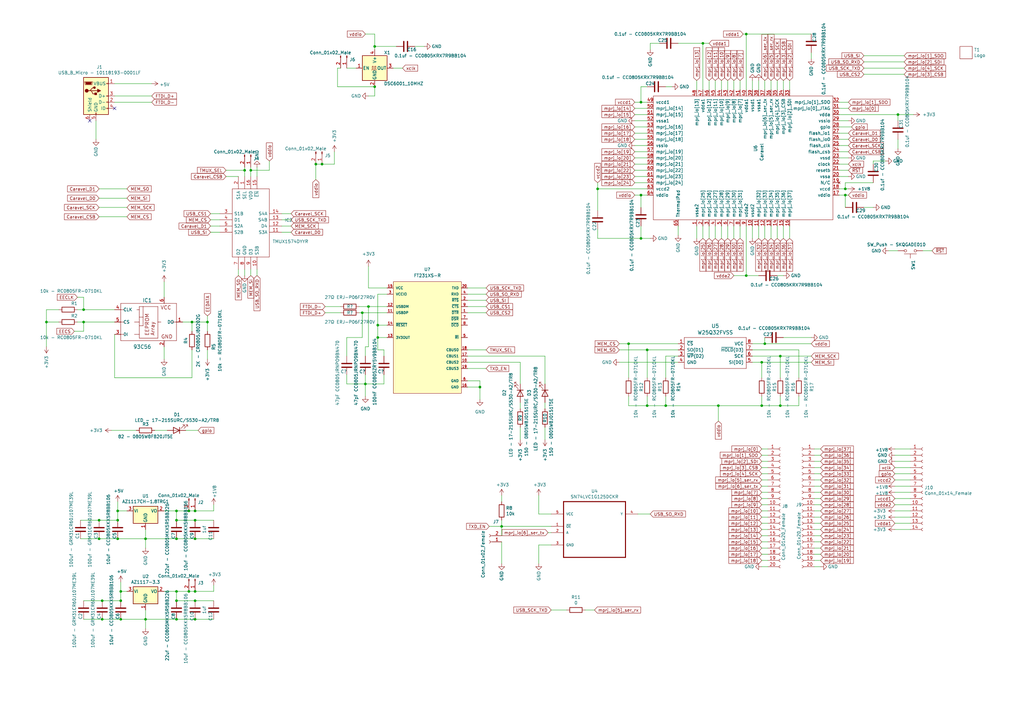
<source format=kicad_sch>
(kicad_sch (version 20211123) (generator eeschema)
  (paper "A3")
  (junction (at 80.01 209.55))
  (junction (at 102.87 69.85))
  (junction (at 49.53 254))
  (junction (at 148.59 128.27))
  (junction (at 34.29 127))
  (junction (at 48.26 213.36))
  (junction (at 312.42 148.59))
  (junction (at 85.09 132.08))
  (junction (at 72.39 246.38))
  (junction (at 306.07 113.03))
  (junction (at 48.26 220.98))
  (junction (at 346.71 80.01))
  (junction (at 273.05 166.37))
  (junction (at 312.42 166.37))
  (junction (at 320.04 146.05))
  (junction (at 100.33 69.85))
  (junction (at 129.54 67.31))
  (junction (at 80.01 254))
  (junction (at 78.74 132.08))
  (junction (at 40.64 213.36))
  (junction (at 320.04 166.37))
  (junction (at 154.94 138.43))
  (junction (at 154.94 133.35))
  (junction (at 49.53 242.57))
  (junction (at 80.01 246.38))
  (junction (at 77.47 209.55))
  (junction (at 72.39 220.98))
  (junction (at 72.39 254))
  (junction (at 346.71 77.47))
  (junction (at 313.69 140.97))
  (junction (at 245.11 77.47))
  (junction (at 80.01 213.36))
  (junction (at 40.64 220.98))
  (junction (at 59.69 254))
  (junction (at 262.89 41.91))
  (junction (at 153.67 35.56))
  (junction (at 48.26 209.55))
  (junction (at 34.29 132.08))
  (junction (at 265.43 166.37))
  (junction (at 153.67 19.05))
  (junction (at 132.08 67.31))
  (junction (at 262.89 97.79))
  (junction (at 257.81 140.97))
  (junction (at 72.39 242.57))
  (junction (at 49.53 246.38))
  (junction (at 19.05 132.08))
  (junction (at 80.01 220.98))
  (junction (at 41.91 254))
  (junction (at 368.3 46.99))
  (junction (at 41.91 246.38))
  (junction (at 77.47 242.57))
  (junction (at 205.74 215.9))
  (junction (at 80.01 242.57))
  (junction (at 151.13 125.73))
  (junction (at 288.29 17.78))
  (junction (at 149.86 157.48))
  (junction (at 72.39 209.55))
  (junction (at 59.69 220.98))
  (junction (at 294.64 166.37))
  (junction (at 265.43 143.51))
  (junction (at 72.39 213.36))
  (junction (at 196.85 158.75))
  (junction (at 306.07 13.97))
  (junction (at 262.89 80.01))
  (no_connect (at 36.83 49.53))
  (no_connect (at 46.99 44.45))
  (wire (pts (xy 33.02 213.36) (xy 40.64 213.36)))
  (wire (pts (xy 347.98 69.85) (xy 344.17 69.85)))
  (wire (pts (xy 142.24 157.48) (xy 149.86 157.48)))
  (wire (pts (xy 40.64 81.28) (xy 52.07 81.28)))
  (wire (pts (xy 367.03 217.17) (xy 373.38 217.17)))
  (wire (pts (xy 67.31 147.32) (xy 67.31 142.24)))
  (wire (pts (xy 273.05 154.94) (xy 273.05 146.05)))
  (wire (pts (xy 245.11 77.47) (xy 245.11 74.93)))
  (wire (pts (xy 97.79 113.03) (xy 97.79 110.49)))
  (wire (pts (xy 115.57 87.63) (xy 119.38 87.63)))
  (wire (pts (xy 154.94 138.43) (xy 154.94 143.51)))
  (wire (pts (xy 158.75 120.65) (xy 154.94 120.65)))
  (wire (pts (xy 334.01 199.39) (xy 336.55 199.39)))
  (wire (pts (xy 347.98 41.91) (xy 344.17 41.91)))
  (wire (pts (xy 312.42 219.71) (xy 314.96 219.71)))
  (wire (pts (xy 262.89 41.91) (xy 262.89 35.56)))
  (wire (pts (xy 334.01 217.17) (xy 336.55 217.17)))
  (wire (pts (xy 151.13 125.73) (xy 158.75 125.73)))
  (wire (pts (xy 312.42 184.15) (xy 314.96 184.15)))
  (wire (pts (xy 275.59 35.56) (xy 273.05 35.56)))
  (wire (pts (xy 347.98 77.47) (xy 346.71 77.47)))
  (wire (pts (xy 52.07 242.57) (xy 49.53 242.57)))
  (wire (pts (xy 334.01 194.31) (xy 336.55 194.31)))
  (wire (pts (xy 312.42 194.31) (xy 314.96 194.31)))
  (wire (pts (xy 308.61 97.79) (xy 308.61 92.71)))
  (wire (pts (xy 149.86 142.24) (xy 149.86 146.05)))
  (wire (pts (xy 265.43 44.45) (xy 260.35 44.45)))
  (wire (pts (xy 153.67 19.05) (xy 153.67 13.97)))
  (wire (pts (xy 312.42 186.69) (xy 314.96 186.69)))
  (wire (pts (xy 336.55 227.33) (xy 334.01 227.33)))
  (wire (pts (xy 142.24 153.67) (xy 142.24 157.48)))
  (wire (pts (xy 31.75 121.92) (xy 34.29 121.92)))
  (wire (pts (xy 368.3 46.99) (xy 368.3 49.53)))
  (wire (pts (xy 321.31 113.03) (xy 318.77 113.03)))
  (wire (pts (xy 48.26 209.55) (xy 52.07 209.55)))
  (wire (pts (xy 358.14 85.09) (xy 354.33 85.09)))
  (wire (pts (xy 312.42 199.39) (xy 314.96 199.39)))
  (wire (pts (xy 334.01 209.55) (xy 336.55 209.55)))
  (wire (pts (xy 312.42 217.17) (xy 314.96 217.17)))
  (wire (pts (xy 354.33 25.4) (xy 370.84 25.4)))
  (wire (pts (xy 318.77 97.79) (xy 318.77 92.71)))
  (wire (pts (xy 223.52 180.34) (xy 223.52 175.26)))
  (wire (pts (xy 312.42 162.56) (xy 312.42 166.37)))
  (wire (pts (xy 154.94 143.51) (xy 157.48 143.51)))
  (wire (pts (xy 19.05 132.08) (xy 19.05 127)))
  (wire (pts (xy 80.01 209.55) (xy 87.63 209.55)))
  (wire (pts (xy 205.74 231.14) (xy 205.74 222.25)))
  (wire (pts (xy 59.69 220.98) (xy 72.39 220.98)))
  (wire (pts (xy 312.42 201.93) (xy 314.96 201.93)))
  (wire (pts (xy 40.64 85.09) (xy 52.07 85.09)))
  (wire (pts (xy 220.98 223.52) (xy 226.06 223.52)))
  (wire (pts (xy 336.55 232.41) (xy 334.01 232.41)))
  (wire (pts (xy 220.98 231.14) (xy 220.98 223.52)))
  (wire (pts (xy 265.43 69.85) (xy 260.35 69.85)))
  (wire (pts (xy 334.01 204.47) (xy 336.55 204.47)))
  (wire (pts (xy 334.01 189.23) (xy 336.55 189.23)))
  (wire (pts (xy 147.32 128.27) (xy 148.59 128.27)))
  (wire (pts (xy 367.03 186.69) (xy 373.38 186.69)))
  (wire (pts (xy 100.33 113.03) (xy 100.33 110.49)))
  (wire (pts (xy 80.01 213.36) (xy 87.63 213.36)))
  (wire (pts (xy 347.98 49.53) (xy 344.17 49.53)))
  (wire (pts (xy 220.98 203.2) (xy 220.98 210.82)))
  (wire (pts (xy 293.37 97.79) (xy 293.37 92.71)))
  (wire (pts (xy 205.74 213.36) (xy 205.74 215.9)))
  (wire (pts (xy 196.85 158.75) (xy 196.85 163.83)))
  (wire (pts (xy 148.59 138.43) (xy 142.24 138.43)))
  (wire (pts (xy 347.98 44.45) (xy 344.17 44.45)))
  (wire (pts (xy 374.65 46.99) (xy 368.3 46.99)))
  (wire (pts (xy 367.03 184.15) (xy 373.38 184.15)))
  (wire (pts (xy 34.29 135.89) (xy 34.29 132.08)))
  (wire (pts (xy 77.47 242.57) (xy 80.01 242.57)))
  (wire (pts (xy 92.71 69.85) (xy 100.33 69.85)))
  (wire (pts (xy 320.04 166.37) (xy 327.66 166.37)))
  (wire (pts (xy 19.05 127) (xy 24.13 127)))
  (wire (pts (xy 48.26 209.55) (xy 48.26 205.74)))
  (wire (pts (xy 157.48 143.51) (xy 157.48 146.05)))
  (wire (pts (xy 261.62 210.82) (xy 266.7 210.82)))
  (wire (pts (xy 153.67 13.97) (xy 149.86 13.97)))
  (wire (pts (xy 368.3 60.96) (xy 368.3 57.15)))
  (wire (pts (xy 346.71 80.01) (xy 344.17 80.01)))
  (wire (pts (xy 45.72 176.53) (xy 55.88 176.53)))
  (wire (pts (xy 30.48 135.89) (xy 34.29 135.89)))
  (wire (pts (xy 41.91 246.38) (xy 49.53 246.38)))
  (wire (pts (xy 364.49 102.87) (xy 368.3 102.87)))
  (wire (pts (xy 311.15 113.03) (xy 306.07 113.03)))
  (wire (pts (xy 138.43 35.56) (xy 153.67 35.56)))
  (wire (pts (xy 346.71 80.01) (xy 346.71 85.09)))
  (wire (pts (xy 49.53 254) (xy 59.69 254)))
  (wire (pts (xy 336.55 224.79) (xy 334.01 224.79)))
  (wire (pts (xy 363.22 66.04) (xy 358.14 66.04)))
  (wire (pts (xy 367.03 191.77) (xy 373.38 191.77)))
  (wire (pts (xy 132.08 67.31) (xy 137.16 67.31)))
  (wire (pts (xy 86.36 95.25) (xy 90.17 95.25)))
  (wire (pts (xy 334.01 184.15) (xy 336.55 184.15)))
  (wire (pts (xy 191.77 151.13) (xy 199.39 151.13)))
  (wire (pts (xy 288.29 97.79) (xy 288.29 92.71)))
  (wire (pts (xy 149.86 157.48) (xy 149.86 162.56)))
  (wire (pts (xy 245.11 93.98) (xy 245.11 97.79)))
  (wire (pts (xy 102.87 69.85) (xy 110.49 69.85)))
  (wire (pts (xy 265.43 74.93) (xy 260.35 74.93)))
  (wire (pts (xy 257.81 140.97) (xy 278.13 140.97)))
  (wire (pts (xy 312.42 232.41) (xy 314.96 232.41)))
  (wire (pts (xy 191.77 156.21) (xy 196.85 156.21)))
  (wire (pts (xy 86.36 92.71) (xy 90.17 92.71)))
  (wire (pts (xy 336.55 222.25) (xy 334.01 222.25)))
  (wire (pts (xy 370.84 27.94) (xy 354.33 27.94)))
  (wire (pts (xy 265.43 166.37) (xy 273.05 166.37)))
  (wire (pts (xy 205.74 205.74) (xy 205.74 203.2)))
  (wire (pts (xy 153.67 20.32) (xy 153.67 19.05)))
  (wire (pts (xy 293.37 33.02) (xy 293.37 36.83)))
  (wire (pts (xy 312.42 227.33) (xy 314.96 227.33)))
  (wire (pts (xy 373.38 204.47) (xy 367.03 204.47)))
  (wire (pts (xy 308.61 36.83) (xy 308.61 33.02)))
  (wire (pts (xy 105.41 72.39) (xy 105.41 68.58)))
  (wire (pts (xy 102.87 68.58) (xy 102.87 69.85)))
  (wire (pts (xy 334.01 219.71) (xy 336.55 219.71)))
  (wire (pts (xy 196.85 156.21) (xy 196.85 158.75)))
  (wire (pts (xy 31.75 127) (xy 34.29 127)))
  (wire (pts (xy 40.64 77.47) (xy 52.07 77.47)))
  (wire (pts (xy 138.43 27.94) (xy 138.43 35.56)))
  (wire (pts (xy 265.43 54.61) (xy 260.35 54.61)))
  (wire (pts (xy 40.64 88.9) (xy 52.07 88.9)))
  (wire (pts (xy 334.01 196.85) (xy 336.55 196.85)))
  (wire (pts (xy 49.53 242.57) (xy 49.53 246.38)))
  (wire (pts (xy 72.39 220.98) (xy 80.01 220.98)))
  (wire (pts (xy 39.37 49.53) (xy 39.37 57.15)))
  (wire (pts (xy 303.53 97.79) (xy 303.53 92.71)))
  (wire (pts (xy 320.04 146.05) (xy 320.04 154.94)))
  (wire (pts (xy 191.77 128.27) (xy 199.39 128.27)))
  (wire (pts (xy 262.89 35.56) (xy 265.43 35.56)))
  (wire (pts (xy 191.77 123.19) (xy 199.39 123.19)))
  (wire (pts (xy 347.98 62.23) (xy 344.17 62.23)))
  (wire (pts (xy 46.99 41.91) (xy 62.23 41.91)))
  (wire (pts (xy 154.94 133.35) (xy 154.94 138.43)))
  (wire (pts (xy 323.85 36.83) (xy 323.85 33.02)))
  (wire (pts (xy 318.77 33.02) (xy 318.77 36.83)))
  (wire (pts (xy 316.23 97.79) (xy 316.23 92.71)))
  (wire (pts (xy 265.43 154.94) (xy 265.43 143.51)))
  (wire (pts (xy 312.42 229.87) (xy 314.96 229.87)))
  (wire (pts (xy 87.63 209.55) (xy 87.63 207.01)))
  (wire (pts (xy 151.13 125.73) (xy 151.13 142.24)))
  (wire (pts (xy 320.04 146.05) (xy 332.74 146.05)))
  (wire (pts (xy 80.01 242.57) (xy 87.63 242.57)))
  (wire (pts (xy 76.2 176.53) (xy 81.28 176.53)))
  (wire (pts (xy 344.17 46.99) (xy 368.3 46.99)))
  (wire (pts (xy 257.81 166.37) (xy 265.43 166.37)))
  (wire (pts (xy 367.03 194.31) (xy 373.38 194.31)))
  (wire (pts (xy 346.71 74.93) (xy 346.71 77.47)))
  (wire (pts (xy 327.66 166.37) (xy 327.66 162.56)))
  (wire (pts (xy 138.43 27.94) (xy 139.7 27.94)))
  (wire (pts (xy 312.42 166.37) (xy 320.04 166.37)))
  (wire (pts (xy 321.31 97.79) (xy 321.31 92.71)))
  (wire (pts (xy 312.42 204.47) (xy 314.96 204.47)))
  (wire (pts (xy 59.69 250.19) (xy 59.69 254)))
  (wire (pts (xy 288.29 36.83) (xy 288.29 17.78)))
  (wire (pts (xy 260.35 49.53) (xy 265.43 49.53)))
  (wire (pts (xy 306.07 13.97) (xy 304.8 13.97)))
  (wire (pts (xy 133.35 125.73) (xy 139.7 125.73)))
  (wire (pts (xy 254 143.51) (xy 265.43 143.51)))
  (wire (pts (xy 334.01 212.09) (xy 336.55 212.09)))
  (wire (pts (xy 347.98 57.15) (xy 344.17 57.15)))
  (wire (pts (xy 105.41 113.03) (xy 105.41 110.49)))
  (wire (pts (xy 265.43 52.07) (xy 260.35 52.07)))
  (wire (pts (xy 378.46 102.87) (xy 382.27 102.87)))
  (wire (pts (xy 260.35 41.91) (xy 262.89 41.91)))
  (wire (pts (xy 34.29 246.38) (xy 41.91 246.38)))
  (wire (pts (xy 80.01 254) (xy 87.63 254)))
  (wire (pts (xy 31.75 132.08) (xy 34.29 132.08)))
  (wire (pts (xy 85.09 132.08) (xy 78.74 132.08)))
  (wire (pts (xy 85.09 132.08) (xy 85.09 129.54)))
  (wire (pts (xy 347.98 72.39) (xy 344.17 72.39)))
  (wire (pts (xy 67.31 121.92) (xy 67.31 115.57)))
  (wire (pts (xy 308.61 146.05) (xy 320.04 146.05)))
  (wire (pts (xy 260.35 59.69) (xy 265.43 59.69)))
  (wire (pts (xy 240.03 250.19) (xy 243.84 250.19)))
  (wire (pts (xy 278.13 96.52) (xy 278.13 92.71)))
  (wire (pts (xy 308.61 143.51) (xy 327.66 143.51)))
  (wire (pts (xy 147.32 125.73) (xy 151.13 125.73)))
  (wire (pts (xy 226.06 210.82) (xy 220.98 210.82)))
  (wire (pts (xy 49.53 238.76) (xy 49.53 242.57)))
  (wire (pts (xy 46.99 34.29) (xy 62.23 34.29)))
  (wire (pts (xy 77.47 209.55) (xy 80.01 209.55)))
  (wire (pts (xy 48.26 220.98) (xy 59.69 220.98)))
  (wire (pts (xy 312.42 212.09) (xy 314.96 212.09)))
  (wire (pts (xy 285.75 33.02) (xy 285.75 36.83)))
  (wire (pts (xy 245.11 77.47) (xy 265.43 77.47)))
  (wire (pts (xy 223.52 146.05) (xy 223.52 157.48)))
  (wire (pts (xy 33.02 220.98) (xy 40.64 220.98)))
  (wire (pts (xy 46.99 39.37) (xy 62.23 39.37)))
  (wire (pts (xy 262.89 97.79) (xy 262.89 92.71)))
  (wire (pts (xy 34.29 121.92) (xy 34.29 127)))
  (wire (pts (xy 313.69 138.43) (xy 313.69 140.97)))
  (wire (pts (xy 149.86 153.67) (xy 149.86 157.48)))
  (wire (pts (xy 226.06 250.19) (xy 232.41 250.19)))
  (wire (pts (xy 157.48 157.48) (xy 149.86 157.48)))
  (wire (pts (xy 373.38 199.39) (xy 367.03 199.39)))
  (wire (pts (xy 306.07 13.97) (xy 306.07 36.83)))
  (wire (pts (xy 153.67 19.05) (xy 162.56 19.05)))
  (wire (pts (xy 254 148.59) (xy 278.13 148.59)))
  (wire (pts (xy 67.31 209.55) (xy 72.39 209.55)))
  (wire (pts (xy 245.11 97.79) (xy 262.89 97.79)))
  (wire (pts (xy 191.77 120.65) (xy 199.39 120.65)))
  (wire (pts (xy 34.29 132.08) (xy 46.99 132.08)))
  (wire (pts (xy 78.74 154.94) (xy 78.74 143.51)))
  (wire (pts (xy 72.39 209.55) (xy 77.47 209.55)))
  (wire (pts (xy 40.64 213.36) (xy 48.26 213.36)))
  (wire (pts (xy 245.11 77.47) (xy 245.11 86.36)))
  (wire (pts (xy 373.38 207.01) (xy 367.03 207.01)))
  (wire (pts (xy 265.43 67.31) (xy 260.35 67.31)))
  (wire (pts (xy 110.49 69.85) (xy 110.49 66.04)))
  (wire (pts (xy 67.31 242.57) (xy 72.39 242.57)))
  (wire (pts (xy 19.05 132.08) (xy 19.05 142.24)))
  (wire (pts (xy 295.91 33.02) (xy 295.91 36.83)))
  (wire (pts (xy 226.06 218.44) (xy 224.79 218.44)))
  (wire (pts (xy 46.99 154.94) (xy 78.74 154.94)))
  (wire (pts (xy 72.39 242.57) (xy 77.47 242.57)))
  (wire (pts (xy 205.74 219.71) (xy 205.74 215.9)))
  (wire (pts (xy 205.74 215.9) (xy 200.66 215.9)))
  (wire (pts (xy 151.13 142.24) (xy 149.86 142.24)))
  (wire (pts (xy 133.35 128.27) (xy 139.7 128.27)))
  (wire (pts (xy 354.33 22.86) (xy 370.84 22.86)))
  (wire (pts (xy 34.29 127) (xy 46.99 127)))
  (wire (pts (xy 300.99 97.79) (xy 300.99 92.71)))
  (wire (pts (xy 347.98 64.77) (xy 344.17 64.77)))
  (wire (pts (xy 354.33 30.48) (xy 370.84 30.48)))
  (wire (pts (xy 154.94 133.35) (xy 158.75 133.35)))
  (wire (pts (xy 72.39 209.55) (xy 72.39 213.36)))
  (wire (pts (xy 311.15 97.79) (xy 311.15 92.71)))
  (wire (pts (xy 48.26 213.36) (xy 48.26 209.55)))
  (wire (pts (xy 153.67 39.37) (xy 153.67 35.56)))
  (wire (pts (xy 80.01 246.38) (xy 87.63 246.38)))
  (wire (pts (xy 142.24 27.94) (xy 146.05 27.94)))
  (wire (pts (xy 312.42 191.77) (xy 314.96 191.77)))
  (wire (pts (xy 102.87 69.85) (xy 102.87 72.39)))
  (wire (pts (xy 313.69 33.02) (xy 313.69 36.83)))
  (wire (pts (xy 312.42 207.01) (xy 314.96 207.01)))
  (wire (pts (xy 265.43 62.23) (xy 260.35 62.23)))
  (wire (pts (xy 346.71 77.47) (xy 344.17 77.47)))
  (wire (pts (xy 312.42 224.79) (xy 314.96 224.79)))
  (wire (pts (xy 213.36 167.64) (xy 213.36 165.1)))
  (wire (pts (xy 59.69 224.79) (xy 59.69 220.98)))
  (wire (pts (xy 367.03 196.85) (xy 373.38 196.85)))
  (wire (pts (xy 102.87 113.03) (xy 102.87 110.49)))
  (wire (pts (xy 142.24 138.43) (xy 142.24 146.05)))
  (wire (pts (xy 262.89 80.01) (xy 260.35 80.01)))
  (wire (pts (xy 373.38 214.63) (xy 367.03 214.63)))
  (wire (pts (xy 347.98 59.69) (xy 344.17 59.69)))
  (wire (pts (xy 40.64 220.98) (xy 48.26 220.98)))
  (wire (pts (xy 266.7 97.79) (xy 262.89 97.79)))
  (wire (pts (xy 332.74 140.97) (xy 313.69 140.97)))
  (wire (pts (xy 34.29 254) (xy 41.91 254)))
  (wire (pts (xy 260.35 46.99) (xy 265.43 46.99)))
  (wire (pts (xy 265.43 162.56) (xy 265.43 166.37)))
  (wire (pts (xy 306.07 113.03) (xy 300.99 113.03)))
  (wire (pts (xy 46.99 137.16) (xy 46.99 154.94)))
  (wire (pts (xy 312.42 209.55) (xy 314.96 209.55)))
  (wire (pts (xy 87.63 242.57) (xy 87.63 240.03)))
  (wire (pts (xy 92.71 72.39) (xy 97.79 72.39)))
  (wire (pts (xy 312.42 196.85) (xy 314.96 196.85)))
  (wire (pts (xy 85.09 147.32) (xy 85.09 143.51)))
  (wire (pts (xy 63.5 176.53) (xy 68.58 176.53)))
  (wire (pts (xy 312.42 154.94) (xy 312.42 148.59)))
  (wire (pts (xy 148.59 128.27) (xy 158.75 128.27)))
  (wire (pts (xy 373.38 201.93) (xy 367.03 201.93)))
  (wire (pts (xy 334.01 201.93) (xy 336.55 201.93)))
  (wire (pts (xy 86.36 90.17) (xy 90.17 90.17)))
  (wire (pts (xy 321.31 33.02) (xy 321.31 36.83)))
  (wire (pts (xy 86.36 87.63) (xy 90.17 87.63)))
  (wire (pts (xy 273.05 146.05) (xy 278.13 146.05)))
  (wire (pts (xy 191.77 158.75) (xy 196.85 158.75)))
  (wire (pts (xy 262.89 85.09) (xy 262.89 80.01)))
  (wire (pts (xy 19.05 132.08) (xy 24.13 132.08)))
  (wire (pts (xy 278.13 17.78) (xy 288.29 17.78)))
  (wire (pts (xy 226.06 215.9) (xy 205.74 215.9)))
  (wire (pts (xy 137.16 67.31) (xy 137.16 62.23)))
  (wire (pts (xy 323.85 97.79) (xy 323.85 92.71)))
  (wire (pts (xy 254 140.97) (xy 257.81 140.97)))
  (wire (pts (xy 148.59 128.27) (xy 148.59 138.43)))
  (wire (pts (xy 347.98 54.61) (xy 344.17 54.61)))
  (wire (pts (xy 308.61 140.97) (xy 313.69 140.97)))
  (wire (pts (xy 158.75 118.11) (xy 151.13 118.11)))
  (wire (pts (xy 129.54 73.66) (xy 129.54 67.31)))
  (wire (pts (xy 312.42 214.63) (xy 314.96 214.63)))
  (wire (pts (xy 115.57 95.25) (xy 119.38 95.25)))
  (wire (pts (xy 157.48 153.67) (xy 157.48 157.48)))
  (wire (pts (xy 80.01 220.98) (xy 87.63 220.98)))
  (wire (pts (xy 290.83 33.02) (xy 290.83 36.83)))
  (wire (pts (xy 154.94 138.43) (xy 158.75 138.43)))
  (wire (pts (xy 72.39 254) (xy 80.01 254)))
  (wire (pts (xy 151.13 118.11) (xy 151.13 109.22)))
  (wire (pts (xy 262.89 41.91) (xy 265.43 41.91)))
  (wire (pts (xy 257.81 154.94) (xy 257.81 140.97)))
  (wire (pts (xy 213.36 148.59) (xy 213.36 157.48)))
  (wire (pts (xy 327.66 143.51) (xy 327.66 154.94)))
  (wire (pts (xy 358.14 74.93) (xy 346.71 74.93)))
  (wire (pts (xy 191.77 143.51) (xy 199.39 143.51)))
  (wire (pts (xy 298.45 33.02) (xy 298.45 36.83)))
  (wire (pts (xy 115.57 92.71) (xy 119.38 92.71)))
  (wire (pts (xy 213.36 148.59) (xy 191.77 148.59)))
  (wire (pts (xy 265.43 80.01) (xy 262.89 80.01)))
  (wire (pts (xy 191.77 118.11) (xy 199.39 118.11)))
  (wire (pts (xy 349.25 52.07) (xy 344.17 52.07)))
  (wire (pts (xy 316.23 33.02) (xy 316.23 36.83)))
  (wire (pts (xy 290.83 17.78) (xy 288.29 17.78)))
  (wire (pts (xy 59.69 254) (xy 59.69 257.81)))
  (wire (pts (xy 358.14 66.04) (xy 358.14 67.31)))
  (wire (pts (xy 191.77 125.73) (xy 199.39 125.73)))
  (wire (pts (xy 300.99 33.02) (xy 300.99 36.83)))
  (wire (pts (xy 320.04 162.56) (xy 320.04 166.37)))
  (wire (pts (xy 72.39 254) (xy 59.69 254)))
  (wire (pts (xy 346.71 80.01) (xy 347.98 80.01)))
  (wire (pts (xy 257.81 166.37) (xy 257.81 162.56)))
  (wire (pts (xy 223.52 167.64) (xy 223.52 165.1)))
  (wire (pts (xy 334.01 191.77) (xy 336.55 191.77)))
  (wire (pts (xy 334.01 207.01) (xy 336.55 207.01)))
  (wire (pts (xy 265.43 72.39) (xy 260.35 72.39)))
  (wire (pts (xy 265.43 64.77) (xy 260.35 64.77)))
  (wire (pts (xy 223.52 146.05) (xy 191.77 146.05)))
  (wire (pts (xy 78.74 132.08) (xy 78.74 135.89)))
  (wire (pts (xy 170.18 19.05) (xy 173.99 19.05)))
  (wire (pts (xy 312.42 189.23) (xy 314.96 189.23)))
  (wire (pts (xy 312.42 148.59) (xy 308.61 148.59)))
  (wire (pts (xy 334.01 186.69) (xy 336.55 186.69)))
  (wire (pts (xy 273.05 162.56) (xy 273.05 166.37)))
  (wire (pts (xy 347.98 67.31) (xy 344.17 67.31)))
  (wire (pts (xy 151.13 39.37) (xy 153.67 39.37)))
  (wire (pts (xy 213.36 180.34) (xy 213.36 175.26)))
  (wire (pts (xy 100.33 68.58) (xy 100.33 69.85)))
  (wire (pts (xy 332.74 148.59) (xy 312.42 148.59)))
  (wire (pts (xy 266.7 17.78) (xy 270.51 17.78)))
  (wire (pts (xy 290.83 97.79) (xy 290.83 92.71)))
  (wire (pts (xy 294.64 172.72) (xy 294.64 166.37)))
  (wire (pts (xy 74.93 132.08) (xy 78.74 132.08)))
  (wire (pts (xy 311.15 33.02) (xy 311.15 36.83)))
  (wire (pts (xy 59.69 220.98) (xy 59.69 217.17)))
  (wire (pts (xy 72.39 246.38) (xy 80.01 246.38)))
  (wire (pts (xy 161.29 27.94) (xy 165.1 27.94)))
  (wire (pts (xy 41.91 254) (xy 49.53 254)))
  (wire (pts (xy 265.43 143.51) (xy 278.13 143.51)))
  (wire (pts (xy 312.42 222.25) (xy 314.96 222.25)))
  (wire (pts (xy 100.33 69.85) (xy 100.33 72.39)))
  (wire (pts (xy 273.05 166.37) (xy 294.64 166.37)))
  (wire (pts (xy 132.08 67.31) (xy 129.54 67.31)))
  (wire (pts (xy 334.01 214.63) (xy 336.55 214.63)))
  (wire (pts (xy 154.94 120.65) (xy 154.94 133.35)))
  (wire (pts (xy 298.45 97.79) (xy 298.45 92.71)))
  (wire (pts (xy 265.43 57.15) (xy 260.35 57.15)))
  (wire (pts (xy 80.01 213.36) (xy 72.39 213.36)))
  (wire (pts (xy 306.07 13.97) (xy 332.74 13.97)))
  (wire (pts (xy 373.38 212.09) (xy 367.03 212.09)))
  (wire (pts (xy 285.75 97.79) (xy 285.75 92.71)))
  (wire (pts (xy 306.07 113.03) (xy 306.07 92.71)))
  (wire (pts (xy 336.55 229.87) (xy 334.01 229.87)))
  (wire (pts (xy 367.03 189.23) (xy 373.38 189.23)))
  (wire (pts (xy 321.31 138.43) (xy 332.74 138.43)))
  (wire (pts (xy 294.64 166.37) (xy 312.42 166.37)))
  (wire (pts (xy 115.57 90.17) (xy 119.38 90.17)))
  (wire (pts (xy 72.39 246.38) (xy 72.39 242.57)))
  (wire (pts (xy 373.38 209.55) (xy 367.03 209.55)))
  (wire (pts (xy 85.09 135.89) (xy 85.09 132.08)))
  (wire (pts (xy 313.69 97.79) (xy 313.69 92.71)))
  (wire (pts (xy 266.7 20.32) (xy 266.7 17.78)))
  (wire (pts (xy 295.91 97.79) (xy 295.91 92.71)))
  (wire (pts (xy 303.53 33.02) (xy 303.53 36.83)))
  (wire (pts (xy 332.74 24.13) (xy 332.74 21.59)))
  (global_label "mprj_io[10]" (shape input) (at 312.42 209.55 180) (property "Intersheet References" "${INTERSHEET_REFS}" (effects hide)))
  (global_label "Caravel_SCK" (shape input) (at 119.38 87.63 0) (property "Intersheet References" "${INTERSHEET_REFS}" (effects hide)))
  (global_label "EEDATA" (shape input) (at 85.09 129.54 90) (property "Intersheet References" "${INTERSHEET_REFS}" (effects hide)))
  (global_label "USB_SI" (shape input) (at 199.39 123.19 0) (property "Intersheet References" "${INTERSHEET_REFS}" (effects hide)))
  (global_label "mprj_io[37]" (shape input) (at 323.85 97.79 270) (property "Intersheet References" "${INTERSHEET_REFS}" (effects hide)))
  (global_label "vddio" (shape input) (at 332.74 140.97 0) (property "Intersheet References" "${INTERSHEET_REFS}" (effects hide)))
  (global_label "mprj_io[36]" (shape input) (at 336.55 186.69 0) (property "Intersheet References" "${INTERSHEET_REFS}" (effects hide)))
  (global_label "MEM_SO" (shape input) (at 97.79 113.03 270) (property "Intersheet References" "${INTERSHEET_REFS}" (effects hide)))
  (global_label "USB_CS1" (shape input) (at 199.39 125.73 0) (property "Intersheet References" "${INTERSHEET_REFS}" (effects hide)))
  (global_label "mprj_io[2]_SDI" (shape input) (at 323.85 33.02 90) (property "Intersheet References" "${INTERSHEET_REFS}" (effects hide)))
  (global_label "mprj_io[0]" (shape input) (at 347.98 44.45 0) (property "Intersheet References" "${INTERSHEET_REFS}" (effects hide)))
  (global_label "mprj_io[6]_ser_tx" (shape input) (at 313.69 33.02 90) (property "Intersheet References" "${INTERSHEET_REFS}" (effects hide)))
  (global_label "mprj_io[22]" (shape input) (at 336.55 222.25 0) (property "Intersheet References" "${INTERSHEET_REFS}" (effects hide)))
  (global_label "mprj_io[12]" (shape input) (at 290.83 33.02 90) (property "Intersheet References" "${INTERSHEET_REFS}" (effects hide)))
  (global_label "mprj_io[9]" (shape input) (at 312.42 207.01 180) (property "Intersheet References" "${INTERSHEET_REFS}" (effects hide)))
  (global_label "mprj_io[19]" (shape input) (at 260.35 62.23 180) (property "Intersheet References" "${INTERSHEET_REFS}" (effects hide)))
  (global_label "MEM_SO" (shape input) (at 52.07 77.47 0) (property "Intersheet References" "${INTERSHEET_REFS}" (effects hide)))
  (global_label "Caravel_D1" (shape input) (at 347.98 54.61 0) (property "Intersheet References" "${INTERSHEET_REFS}" (effects hide)))
  (global_label "USB_CS2" (shape input) (at 354.33 30.48 180) (property "Intersheet References" "${INTERSHEET_REFS}" (effects hide)))
  (global_label "MEM_SI" (shape input) (at 332.74 148.59 0) (property "Intersheet References" "${INTERSHEET_REFS}" (effects hide)))
  (global_label "mprj_io[28]" (shape input) (at 295.91 97.79 270) (property "Intersheet References" "${INTERSHEET_REFS}" (effects hide)))
  (global_label "EECS" (shape input) (at 30.48 135.89 180) (property "Intersheet References" "${INTERSHEET_REFS}" (effects hide)))
  (global_label "MEM_SI" (shape input) (at 102.87 113.03 270) (property "Intersheet References" "${INTERSHEET_REFS}" (effects hide)))
  (global_label "mprj_io[33]" (shape input) (at 336.55 194.31 0) (property "Intersheet References" "${INTERSHEET_REFS}" (effects hide)))
  (global_label "TXD_EN" (shape input) (at 199.39 151.13 0) (property "Intersheet References" "${INTERSHEET_REFS}" (effects hide)))
  (global_label "FTDI_D-" (shape input) (at 133.35 125.73 180) (property "Intersheet References" "${INTERSHEET_REFS}" (effects hide)))
  (global_label "USB_SI" (shape input) (at 86.36 95.25 180) (property "Intersheet References" "${INTERSHEET_REFS}" (effects hide)))
  (global_label "mprj_io[28]" (shape input) (at 336.55 207.01 0) (property "Intersheet References" "${INTERSHEET_REFS}" (effects hide)))
  (global_label "mprj_io[23]" (shape input) (at 336.55 219.71 0) (property "Intersheet References" "${INTERSHEET_REFS}" (effects hide)))
  (global_label "mprj_io[1]_SDO" (shape input) (at 312.42 186.69 180) (property "Intersheet References" "${INTERSHEET_REFS}" (effects hide)))
  (global_label "MEM_SCK" (shape input) (at 332.74 146.05 0) (property "Intersheet References" "${INTERSHEET_REFS}" (effects hide)))
  (global_label "xclk" (shape input) (at 367.03 191.77 180) (property "Intersheet References" "${INTERSHEET_REFS}" (effects hide)))
  (global_label "USB_SCK_TXD" (shape input) (at 354.33 27.94 180) (property "Intersheet References" "${INTERSHEET_REFS}" (effects hide)))
  (global_label "vdda1" (shape input) (at 290.83 17.78 0) (property "Intersheet References" "${INTERSHEET_REFS}" (effects hide)))
  (global_label "FTDI_D+" (shape input) (at 133.35 128.27 180) (property "Intersheet References" "${INTERSHEET_REFS}" (effects hide)))
  (global_label "MEM_SO" (shape input) (at 254 143.51 180) (property "Intersheet References" "${INTERSHEET_REFS}" (effects hide)))
  (global_label "mprj_io[6]_ser_tx" (shape input) (at 224.79 218.44 180) (property "Intersheet References" "${INTERSHEET_REFS}" (effects hide)))
  (global_label "mprj_io[2]_SDI" (shape input) (at 312.42 189.23 180) (property "Intersheet References" "${INTERSHEET_REFS}" (effects hide)))
  (global_label "mprj_io[14]" (shape input) (at 312.42 219.71 180) (property "Intersheet References" "${INTERSHEET_REFS}" (effects hide)))
  (global_label "vddio" (shape input) (at 110.49 66.04 90) (property "Intersheet References" "${INTERSHEET_REFS}" (effects hide)))
  (global_label "TMUX_SEL" (shape input) (at 199.39 143.51 0) (property "Intersheet References" "${INTERSHEET_REFS}" (effects hide)))
  (global_label "mprj_io[17]" (shape input) (at 260.35 54.61 180) (property "Intersheet References" "${INTERSHEET_REFS}" (effects hide)))
  (global_label "MEM_SI" (shape input) (at 52.07 81.28 0) (property "Intersheet References" "${INTERSHEET_REFS}" (effects hide)))
  (global_label "USB_SI" (shape input) (at 354.33 22.86 180) (property "Intersheet References" "${INTERSHEET_REFS}" (effects hide)))
  (global_label "MEM_SCK" (shape input) (at 52.07 85.09 0) (property "Intersheet References" "${INTERSHEET_REFS}" (effects hide)))
  (global_label "mprj_io[29]" (shape input) (at 336.55 204.47 0) (property "Intersheet References" "${INTERSHEET_REFS}" (effects hide)))
  (global_label "mprj_io[24]" (shape input) (at 336.55 217.17 0) (property "Intersheet References" "${INTERSHEET_REFS}" (effects hide)))
  (global_label "vddio" (shape input) (at 260.35 80.01 180) (property "Intersheet References" "${INTERSHEET_REFS}" (effects hide)))
  (global_label "mprj_io[26]" (shape input) (at 290.83 97.79 270) (property "Intersheet References" "${INTERSHEET_REFS}" (effects hide)))
  (global_label "vccd2" (shape input) (at 367.03 196.85 180) (property "Intersheet References" "${INTERSHEET_REFS}" (effects hide)))
  (global_label "mprj_io[14]" (shape input) (at 260.35 44.45 180) (property "Intersheet References" "${INTERSHEET_REFS}" (effects hide)))
  (global_label "mprj_io[10]" (shape input) (at 295.91 33.02 90) (property "Intersheet References" "${INTERSHEET_REFS}" (effects hide)))
  (global_label "mprj_io[20]" (shape input) (at 336.55 227.33 0) (property "Intersheet References" "${INTERSHEET_REFS}" (effects hide)))
  (global_label "mprj_io[31]" (shape input) (at 303.53 97.79 270) (property "Intersheet References" "${INTERSHEET_REFS}" (effects hide)))
  (global_label "mprj_io[27]" (shape input) (at 293.37 97.79 270) (property "Intersheet References" "${INTERSHEET_REFS}" (effects hide)))
  (global_label "mprj_io[1]_SDO" (shape input) (at 370.84 22.86 0) (property "Intersheet References" "${INTERSHEET_REFS}" (effects hide)))
  (global_label "vccd1" (shape input) (at 367.03 204.47 180) (property "Intersheet References" "${INTERSHEET_REFS}" (effects hide)))
  (global_label "MEM_SCK" (shape input) (at 119.38 92.71 0) (property "Intersheet References" "${INTERSHEET_REFS}" (effects hide)))
  (global_label "mprj_io[27]" (shape input) (at 336.55 209.55 0) (property "Intersheet References" "${INTERSHEET_REFS}" (effects hide)))
  (global_label "FTDI_D+" (shape input) (at 62.23 39.37 0) (property "Intersheet References" "${INTERSHEET_REFS}" (effects hide)))
  (global_label "mprj_io[7]" (shape input) (at 312.42 201.93 180) (property "Intersheet References" "${INTERSHEET_REFS}" (effects hide)))
  (global_label "vddio" (shape input) (at 294.64 172.72 270) (property "Intersheet References" "${INTERSHEET_REFS}" (effects hide)))
  (global_label "Caravel_D0" (shape input) (at 119.38 95.25 0) (property "Intersheet References" "${INTERSHEET_REFS}" (effects hide)))
  (global_label "mprj_io[3]_CSB" (shape input) (at 370.84 30.48 0) (property "Intersheet References" "${INTERSHEET_REFS}" (effects hide)))
  (global_label "mprj_io[25]" (shape input) (at 336.55 214.63 0) (property "Intersheet References" "${INTERSHEET_REFS}" (effects hide)))
  (global_label "mprj_io[3]_CSB" (shape input) (at 312.42 191.77 180) (property "Intersheet References" "${INTERSHEET_REFS}" (effects hide)))
  (global_label "vccd2" (shape input) (at 245.11 74.93 90) (property "Intersheet References" "${INTERSHEET_REFS}" (effects hide)))
  (global_label "gpio" (shape input) (at 367.03 194.31 180) (property "Intersheet References" "${INTERSHEET_REFS}" (effects hide)))
  (global_label "mprj_io[5]_ser_rx" (shape input) (at 312.42 196.85 180) (property "Intersheet References" "${INTERSHEET_REFS}" (effects hide)))
  (global_label "mprj_io[37]" (shape input) (at 336.55 184.15 0) (property "Intersheet References" "${INTERSHEET_REFS}" (effects hide)))
  (global_label "xclk" (shape input) (at 347.98 67.31 0) (property "Intersheet References" "${INTERSHEET_REFS}" (effects hide)))
  (global_label "mprj_io[5]_ser_rx" (shape input) (at 316.23 33.02 90) (property "Intersheet References" "${INTERSHEET_REFS}" (effects hide)))
  (global_label "Caravel_CSB" (shape input) (at 40.64 88.9 180) (property "Intersheet References" "${INTERSHEET_REFS}" (effects hide)))
  (global_label "mprj_io[8]" (shape input) (at 300.99 33.02 90) (property "Intersheet References" "${INTERSHEET_REFS}" (effects hide)))
  (global_label "xclk" (shape input) (at 165.1 27.94 0) (property "Intersheet References" "${INTERSHEET_REFS}" (effects hide)))
  (global_label "vdda2" (shape input) (at 367.03 207.01 180) (property "Intersheet References" "${INTERSHEET_REFS}" (effects hide)))
  (global_label "~{RST}" (shape input) (at 347.98 69.85 0) (property "Intersheet References" "${INTERSHEET_REFS}" (effects hide)))
  (global_label "mprj_io[5]_ser_rx" (shape input) (at 243.84 250.19 0) (property "Intersheet References" "${INTERSHEET_REFS}" (effects hide)))
  (global_label "MEM_CS" (shape input) (at 86.36 90.17 180) (property "Intersheet References" "${INTERSHEET_REFS}" (effects hide)))
  (global_label "MEM_CS" (shape input) (at 52.07 88.9 0) (property "Intersheet References" "${INTERSHEET_REFS}" (effects hide)))
  (global_label "mprj_io[13]" (shape input) (at 285.75 33.02 90) (property "Intersheet References" "${INTERSHEET_REFS}" (effects hide)))
  (global_label "mprj_io[13]" (shape input) (at 312.42 217.17 180) (property "Intersheet References" "${INTERSHEET_REFS}" (effects hide)))
  (global_label "vdda1" (shape input) (at 367.03 214.63 180) (property "Intersheet References" "${INTERSHEET_REFS}" (effects hide)))
  (global_label "mprj_io[31]" (shape input) (at 336.55 199.39 0) (property "Intersheet References" "${INTERSHEET_REFS}" (effects hide)))
  (global_label "mprj_io[9]" (shape input) (at 298.45 33.02 90) (property "Intersheet References" "${INTERSHEET_REFS}" (effects hide)))
  (global_label "TXD_EN" (shape input) (at 200.66 215.9 180) (property "Intersheet References" "${INTERSHEET_REFS}" (effects hide)))
  (global_label "mprj_io[32]" (shape input) (at 311.15 97.79 270) (property "Intersheet References" "${INTERSHEET_REFS}" (effects hide)))
  (global_label "mprj_io[32]" (shape input) (at 336.55 196.85 0) (property "Intersheet References" "${INTERSHEET_REFS}" (effects hide)))
  (global_label "Caravel_D0" (shape input) (at 347.98 57.15 0) (property "Intersheet References" "${INTERSHEET_REFS}" (effects hide)))
  (global_label "USB_SCK_TXD" (shape input) (at 226.06 250.19 180) (property "Intersheet References" "${INTERSHEET_REFS}" (effects hide)))
  (global_label "USB_CS2" (shape input) (at 199.39 128.27 0) (property "Intersheet References" "${INTERSHEET_REFS}" (effects hide)))
  (global_label "FTDI_D-" (shape input) (at 62.23 41.91 0) (property "Intersheet References" "${INTERSHEET_REFS}" (effects hide)))
  (global_label "Caravel_CSB" (shape input) (at 92.71 72.39 180) (property "Intersheet References" "${INTERSHEET_REFS}" (effects hide)))
  (global_label "mprj_io[30]" (shape input) (at 300.99 97.79 270) (property "Intersheet References" "${INTERSHEET_REFS}" (effects hide)))
  (global_label "Caravel_D0" (shape input) (at 40.64 81.28 180) (property "Intersheet References" "${INTERSHEET_REFS}" (effects hide)))
  (global_label "mprj_io[18]" (shape input) (at 312.42 229.87 180) (property "Intersheet References" "${INTERSHEET_REFS}" (effects hide)))
  (global_label "mprj_io[11]" (shape input) (at 293.37 33.02 90) (property "Intersheet References" "${INTERSHEET_REFS}" (effects hide)))
  (global_label "USB_SO_RXD" (shape input) (at 199.39 120.65 0) (property "Intersheet References" "${INTERSHEET_REFS}" (effects hide)))
  (global_label "mprj_io[30]" (shape input) (at 336.55 201.93 0) (property "Intersheet References" "${INTERSHEET_REFS}" (effects hide)))
  (global_label "mprj_io[20]" (shape input) (at 260.35 64.77 180) (property "Intersheet References" "${INTERSHEET_REFS}" (effects hide)))
  (global_label "mprj_io[18]" (shape input) (at 260.35 57.15 180) (property "Intersheet References" "${INTERSHEET_REFS}" (effects hide)))
  (global_label "mprj_io[16]" (shape input) (at 312.42 224.79 180) (property "Intersheet References" "${INTERSHEET_REFS}" (effects hide)))
  (global_label "gpio" (shape input) (at 81.28 176.53 0) (property "Intersheet References" "${INTERSHEET_REFS}" (effects hide)))
  (global_label "~{RST}" (shape input) (at 382.27 102.87 0) (property "Intersheet References" "${INTERSHEET_REFS}" (effects hide)))
  (global_label "vdda2" (shape input) (at 300.99 113.03 180) (property "Intersheet References" "${INTERSHEET_REFS}" (effects hide)))
  (global_label "mprj_io[23]" (shape input) (at 260.35 72.39 180) (property "Intersheet References" "${INTERSHEET_REFS}" (effects hide)))
  (global_label "mprj_io[34]" (shape input) (at 336.55 191.77 0) (property "Intersheet References" "${INTERSHEET_REFS}" (effects hide)))
  (global_label "mprj_io[34]" (shape input) (at 316.23 97.79 270) (property "Intersheet References" "${INTERSHEET_REFS}" (effects hide)))
  (global_label "Caravel_D1" (shape input) (at 40.64 77.47 180) (property "Intersheet References" "${INTERSHEET_REFS}" (effects hide)))
  (global_label "USB_CS1" (shape input) (at 86.36 87.63 180) (property "Intersheet References" "${INTERSHEET_REFS}" (effects hide)))
  (global_label "mprj_io[7]" (shape input) (at 303.53 33.02 90) (property "Intersheet References" "${INTERSHEET_REFS}" (effects hide)))
  (global_label "vddio" (shape input) (at 149.86 13.97 180) (property "Intersheet References" "${INTERSHEET_REFS}" (effects hide)))
  (global_label "USB_SO_RXD" (shape input) (at 105.41 113.03 270) (property "Intersheet References" "${INTERSHEET_REFS}" (effects hide)))
  (global_label "mprj_io[16]" (shape input) (at 260.35 52.07 180) (property "Intersheet References" "${INTERSHEET_REFS}" (effects hide)))
  (global_label "mprj_io[1]_SDO" (shape input) (at 347.98 41.91 0) (property "Intersheet References" "${INTERSHEET_REFS}" (effects hide)))
  (global_label "USB_SCK_TXD" (shape input) (at 199.39 118.11 0) (property "Intersheet References" "${INTERSHEET_REFS}" (effects hide)))
  (global_label "mprj_io[26]" (shape input) (at 336.55 212.09 0) (property "Intersheet References" "${INTERSHEET_REFS}" (effects hide)))
  (global_label "mprj_io[25]" (shape input) (at 288.29 97.79 270) (property "Intersheet References" "${INTERSHEET_REFS}" (effects hide)))
  (global_label "vddio" (shape input) (at 129.54 73.66 270) (property "Intersheet References" "${INTERSHEET_REFS}" (effects hide)))
  (global_label "EECLK" (shape input) (at 31.75 121.92 180) (property "Intersheet References" "${INTERSHEET_REFS}" (effects hide)))
  (global_label "mprj_io[15]" (shape input) (at 312.42 222.25 180) (property "Intersheet References" "${INTERSHEET_REFS}" (effects hide)))
  (global_label "Caravel_D1" (shape input) (at 86.36 92.71 180) (property "Intersheet References" "${INTERSHEET_REFS}" (effects hide)))
  (global_label "mprj_io[3]_CSB" (shape input) (at 321.31 33.02 90) (property "Intersheet References" "${INTERSHEET_REFS}" (effects hide)))
  (global_label "vccd1" (shape input) (at 260.35 41.91 180) (property "Intersheet References" "${INTERSHEET_REFS}" (effects hide)))
  (global_label "mprj_io[35]" (shape input) (at 336.55 189.23 0) (property "Intersheet References" "${INTERSHEET_REFS}" (effects hide)))
  (global_label "mprj_io[22]" (shape input) (at 260.35 69.85 180) (property "Intersheet References" "${INTERSHEET_REFS}" (effects hide)))
  (global_label "mprj_io[36]" (shape input) (at 321.31 97.79 270) (property "Intersheet References" "${INTERSHEET_REFS}" (effects hide)))
  (global_label "mprj_io[4]_SCK" (shape input) (at 370.84 27.94 0) (property "Intersheet References" "${INTERSHEET_REFS}" (effects hide)))
  (global_label "mprj_io[33]" (shape input) (at 313.69 97.79 270) (property "Intersheet References" "${INTERSHEET_REFS}" (effects hide)))
  (global_label "mprj_io[17]" (shape input) (at 312.42 227.33 180) (property "Intersheet References" "${INTERSHEET_REFS}" (effects hide)))
  (global_label "USB_SO_RXD" (shape input) (at 354.33 25.4 180) (property "Intersheet References" "${INTERSHEET_REFS}" (effects hide)))
  (global_label "Caravel_SCK" (shape input) (at 40.64 85.09 180) (property "Intersheet References" "${INTERSHEET_REFS}" (effects hide)))
  (global_label "mprj_io[6]_ser_tx" (shape input) (at 312.42 199.39 180) (property "Intersheet References" "${INTERSHEET_REFS}" (effects hide)))
  (global_label "mprj_io[11]" (shape input) (at 312.42 212.09 180) (property "Intersheet References" "${INTERSHEET_REFS}" (effects hide)))
  (global_label "mprj_io[35]" (shape input) (at 318.77 97.79 270) (property "Intersheet References" "${INTERSHEET_REFS}" (effects hide)))
  (global_label "mprj_io[21]" (shape input) (at 336.55 224.79 0) (property "Intersheet References" "${INTERSHEET_REFS}" (effects hide)))
  (global_label "vdda1" (shape input) (at 304.8 13.97 180) (property "Intersheet References" "${INTERSHEET_REFS}" (effects hide)))
  (global_label "mprj_io[0]" (shape input) (at 312.42 184.15 180) (property "Intersheet References" "${INTERSHEET_REFS}" (effects hide)))
  (global_label "gpio" (shape input) (at 349.25 52.07 0) (property "Intersheet References" "${INTERSHEET_REFS}" (effects hide)))
  (global_label "MEM_CS" (shape input) (at 254 140.97 180) (property "Intersheet References" "${INTERSHEET_REFS}" (effects hide)))
  (global_label "mprj_io[12]" (shape input) (at 312.42 214.63 180) (property "Intersheet References" "${INTERSHEET_REFS}" (effects hide)))
  (global_label "mprj_io[21]" (shape input) (at 260.35 67.31 180) (property "Intersheet References" "${INTERSHEET_REFS}" (effects hide)))
  (global_label "mprj_io[4]_SCK" (shape input) (at 318.77 33.02 90) (property "Intersheet References" "${INTERSHEET_REFS}" (effects hide)))
  (global_label "mprj_io[19]" (shape input) (at 336.55 229.87 0) (property "Intersheet References" "${INTERSHEET_REFS}" (effects hide)))
  (global_label "mprj_io[24]" (shape input) (at 260.35 74.93 180) (property "Intersheet References" "${INTERSHEET_REFS}" (effects hide)))
  (global_label "USB_SO_RXD" (shape input) (at 266.7 210.82 0) (property "Intersheet References" "${INTERSHEET_REFS}" (effects hide)))
  (global_label "TMUX_SEL" (shape input) (at 92.71 69.85 180) (property "Intersheet References" "${INTERSHEET_REFS}" (effects hide)))
  (global_label "Caravel_CSB" (shape input) (at 347.98 62.23 0) (property "Intersheet References" "${INTERSHEET_REFS}" (effects hide)))
  (global_label "mprj_io[4]_SCK" (shape input) (at 312.42 194.31 180) (property "Intersheet References" "${INTERSHEET_REFS}" (effects hide)))
  (global_label "vddio" (shape input) (at 347.98 80.01 0) (property "Intersheet References" "${INTERSHEET_REFS}" (effects hide)))
  (global_label "mprj_io[29]" (shape input) (at 298.45 97.79 270) (property "Intersheet References" "${INTERSHEET_REFS}" (effects hide)))
  (global_label "mprj_io[15]" (shape input) (at 260.35 46.99 180) (property "Intersheet References" "${INTERSHEET_REFS}" (effects hide)))
  (global_label "Caravel_SCK" (shape input) (at 347.98 59.69 0) (property "Intersheet References" "${INTERSHEET_REFS}" (effects hide)))
  (global_label "mprj_io[8]" (shape input) (at 312.42 204.47 180) (property "Intersheet References" "${INTERSHEET_REFS}" (effects hide)))
  (global_label "mprj_io[2]_SDI" (shape input) (at 370.84 25.4 0) (property "Intersheet References" "${INTERSHEET_REFS}" (effects hide)))
  (global_label "USB_SCK_TXD" (shape input) (at 119.38 90.17 0) (property "Intersheet References" "${INTERSHEET_REFS}" (effects hide)))
  (symbol (lib_id "Oscillator:XO91") (at 153.67 27.94 0) (unit 1)
    (property "Reference" "X1" (at 157.48 21.59 0) (effects (justify left)))
    (property "Value" "DSC6001_10MHZ" (at 157.48 34.29 0) (effects (justify left)))
    (property "Footprint" "striVe_foot_prints:DSC6001JE1A-010.0000" (effects hide))
    (property "Datasheet" "http://cdn-reichelt.de/documents/datenblatt/B400/XO91.pdf" (effects hide))
  )
  (symbol (lib_id "Regulator_Linear:AZ1117-1.8") (at 59.69 209.55 0) (unit 1)
    (property "Reference" "U1" (at 59.69 203.4032 0))
    (property "Value" "AZ1117CH-1.8TRG1" (at 59.69 205.7146 0))
    (property "Footprint" "Package_TO_SOT_SMD:SOT-223" (effects hide))
    (property "Datasheet" "https://www.diodes.com/assets/Datasheets/AZ1117.pdf" (effects hide))
  )
  (symbol (lib_id "Device:C") (at 166.37 19.05 270) (unit 1)
    (property "Reference" "C16" (at 168.91 20.32 90))
    (property "Value" "0.1uf - CC0805KRX7R9BB104" (at 176.53 22.86 90))
    (property "Footprint" "Capacitor_SMD:C_0805_2012Metric" (effects hide))
  )
  (symbol (lib_id "power:GND") (at 173.99 19.05 90) (unit 1)
    (property "Reference" "#PWR0125" (effects hide))
    (property "Value" "GND" (at 179.07 19.05 90))
  )
  (symbol (lib_id "power:GND") (at 254 148.59 270) (unit 1)
    (property "Reference" "#PWR0146" (effects hide))
    (property "Value" "GND" (at 248.92 148.59 90))
  )
  (symbol (lib_id "power:GND") (at 59.69 257.81 0) (unit 1)
    (property "Reference" "#PWR0102" (effects hide))
    (property "Value" "GND" (at 59.69 262.89 90))
  )
  (symbol (lib_id "power:GND") (at 59.69 224.79 0) (unit 1)
    (property "Reference" "#PWR0103" (effects hide))
    (property "Value" "GND" (at 59.69 229.87 90))
  )
  (symbol (lib_id "Device:C") (at 72.39 217.17 180) (unit 1)
    (property "Reference" "C7" (at 71.12 219.71 90))
    (property "Value" "22uf - CC0805MKX5R5BB226" (at 68.58 220.98 90))
    (property "Footprint" "Capacitor_SMD:C_0805_2012Metric" (effects hide))
  )
  (symbol (lib_id "Device:C") (at 72.39 250.19 180) (unit 1)
    (property "Reference" "C8" (at 71.12 252.73 90))
    (property "Value" "22uf - CC0805MKX5R5BB226" (at 68.58 256.54 90))
    (property "Footprint" "Capacitor_SMD:C_0805_2012Metric" (effects hide))
  )
  (symbol (lib_id "Device:C") (at 48.26 217.17 180) (unit 1)
    (property "Reference" "C5" (at 46.99 219.71 90))
    (property "Value" "10uf - CC0805KKX5R8BB106" (at 44.45 217.17 90))
    (property "Footprint" "Capacitor_SMD:C_0805_2012Metric" (effects hide))
  )
  (symbol (lib_id "Connector:Conn_01x02_Male") (at 80.01 237.49 270) (unit 1)
    (property "Reference" "J3" (at 81.1276 239.0648 90) (effects (justify left)))
    (property "Value" "Conn_01x02_Male" (at 64.77 236.22 90) (effects (justify left)))
    (property "Footprint" "Connector_PinHeader_2.54mm:PinHeader_1x02_P2.54mm_Vertical" (effects hide))
  )
  (symbol (lib_id "Caravel_pcb-rescue:TMUX1574DYYR-Caravel_pcb") (at 90.17 87.63 0) (unit 1)
    (property "Reference" "IC2" (at 116.6876 90.2716 0) (effects (justify left)))
    (property "Value" "TMUX1574DYYR" (at 111.76 99.06 0) (effects (justify left)))
    (property "Footprint" "striVe_foot_prints:TMUX1574DYYR" (effects hide))
    (property "Datasheet" "http://www.ti.com/lit/ds/symlink/tmux1574.pdf" (effects hide))
    (property "Description" "Low-capacitance, 2:1 (SPDT) 4-channel, powered-off protection switch with 1.8-V logic" (effects hide))
    (property "Height" "0.55" (effects hide))
    (property "Mouser Part Number" "595-TMUX1574RSVR" (effects hide))
    (property "Mouser Price/Stock" "https://www.mouser.com/Search/Refine.aspx?Keyword=595-TMUX1574RSVR" (effects hide))
    (property "Manufacturer_Name" "Texas Instruments" (effects hide))
    (property "Manufacturer_Part_Number" "TMUX1574RSVR" (effects hide))
  )
  (symbol (lib_id "power:GND") (at 100.33 113.03 0) (unit 1)
    (property "Reference" "#PWR0147" (effects hide))
    (property "Value" "GND" (at 100.33 118.11 90))
  )
  (symbol (lib_id "power:+5V") (at 48.26 205.74 0) (unit 1)
    (property "Reference" "#PWR0101" (effects hide))
    (property "Value" "+5V" (at 48.641 201.3458 0))
  )
  (symbol (lib_id "power:GND") (at 105.41 68.58 180) (unit 1)
    (property "Reference" "#PWR0148" (effects hide))
    (property "Value" "GND" (at 105.41 63.5 90))
  )
  (symbol (lib_id "power:+3.3V") (at 137.16 62.23 0) (unit 1)
    (property "Reference" "#PWR0150" (effects hide))
    (property "Value" "+3.3V" (at 137.16 55.88 90))
  )
  (symbol (lib_id "Connector:Conn_01x02_Male") (at 142.24 22.86 270) (unit 1)
    (property "Reference" "J6" (at 143.3576 24.4348 90) (effects (justify left)))
    (property "Value" "Conn_01x02_Male" (at 127 21.59 90) (effects (justify left)))
    (property "Footprint" "Connector_PinHeader_2.54mm:PinHeader_1x02_P2.54mm_Vertical" (effects hide))
  )
  (symbol (lib_id "power:+3.3V") (at 45.72 176.53 90) (unit 1)
    (property "Reference" "#PWR0149" (effects hide))
    (property "Value" "+3.3V" (at 39.37 176.53 90))
  )
  (symbol (lib_id "Device:R") (at 27.94 132.08 270) (unit 1)
    (property "Reference" "R2" (at 30.48 129.54 90))
    (property "Value" "10k - RC0805FR-0710KL" (at 29.21 138.43 90))
    (property "Footprint" "Resistor_SMD:R_0805_2012Metric" (effects hide))
  )
  (symbol (lib_id "power:+3.3V") (at 19.05 142.24 180) (unit 1)
    (property "Reference" "#PWR0128" (effects hide))
    (property "Value" "+3.3V" (at 19.05 148.59 90))
  )
  (symbol (lib_id "Device:R") (at 78.74 139.7 180) (unit 1)
    (property "Reference" "R4" (at 76.2 139.7 90))
    (property "Value" "2K - CR0805J80202G" (at 81.28 139.7 90))
    (property "Footprint" "Resistor_SMD:R_0805_2012Metric" (effects hide))
  )
  (symbol (lib_id "Caravel_pcb-rescue:Caravel-Caravel_pcb") (at 299.72 66.04 90) (unit 1)
    (property "Reference" "U6" (at 309.88 62.23 0) (effects (justify left)))
    (property "Value" "Caravel" (at 312.42 66.04 0) (effects (justify left)))
    (property "Footprint" "Package_DFN_QFN:QFN-64-1EP_9x9mm_P0.5mm_EP6x6mm" (effects hide))
  )
  (symbol (lib_id "Device:C") (at 40.64 217.17 180) (unit 1)
    (property "Reference" "C3" (at 39.37 219.71 90))
    (property "Value" "100uf - GRM31CR60J107ME39L" (at 36.83 217.17 90))
    (property "Footprint" "Capacitor_SMD:C_1206_3216Metric" (effects hide))
  )
  (symbol (lib_id "Device:C") (at 33.02 217.17 180) (unit 1)
    (property "Reference" "C1" (at 31.75 219.71 90))
    (property "Value" "100uf - GRM31CR60J107ME39L" (at 29.21 217.17 90))
    (property "Footprint" "Capacitor_SMD:C_1206_3216Metric" (effects hide))
  )
  (symbol (lib_id "power:+3.3V") (at 374.65 46.99 270) (unit 1)
    (property "Reference" "#PWR0157" (effects hide))
    (property "Value" "+3.3V" (at 381 46.99 90))
  )
  (symbol (lib_id "power:+1V8") (at 347.98 77.47 270) (unit 1)
    (property "Reference" "#PWR0158" (effects hide))
    (property "Value" "+1V8" (at 354.33 77.47 90))
  )
  (symbol (lib_id "Connector:Conn_01x02_Male") (at 132.08 62.23 270) (unit 1)
    (property "Reference" "J5" (at 133.1976 63.8048 90) (effects (justify left)))
    (property "Value" "Conn_01x02_Male" (at 116.84 60.96 90) (effects (justify left)))
    (property "Footprint" "Connector_PinHeader_2.54mm:PinHeader_1x02_P2.54mm_Vertical" (effects hide))
  )
  (symbol (lib_id "power:+5V") (at 62.23 34.29 270) (unit 1)
    (property "Reference" "#PWR0159" (effects hide))
    (property "Value" "+5V" (at 65.4812 34.671 90) (effects (justify left)))
  )
  (symbol (lib_id "Caravel_pcb-rescue:SN74LVC1G125DCKR-SN74LVC1G125DCKR") (at 243.84 213.36 0) (unit 1)
    (property "Reference" "U4" (at 243.84 201.422 0))
    (property "Value" "SN74LVC1G125DCKR" (at 243.84 203.7334 0))
    (property "Footprint" "striVe_foot_prints:SOT65P210X110-5N" (effects hide))
    (property "Datasheet" "SC-70-5" (effects hide))
    (property "Field4" "76C4082" (effects hide))
    (property "Field5" "Texas Instruments" (effects hide))
    (property "Field6" "SN74LVC1G125DCKR" (effects hide))
    (property "Field7" "1470771" (effects hide))
  )
  (symbol (lib_id "power:+3.3V") (at 220.98 203.2 0) (unit 1)
    (property "Reference" "#PWR0161" (effects hide))
    (property "Value" "+3.3V" (at 221.361 198.8058 0))
  )
  (symbol (lib_id "Device:LED") (at 72.39 176.53 180) (unit 1)
    (property "Reference" "D1" (at 72.5678 170.053 0))
    (property "Value" "LED - 17-215SURC/S530-A2/TR8" (at 72.5678 172.3644 0))
    (property "Footprint" "LED_SMD:LED_1206_3216Metric" (effects hide))
  )
  (symbol (lib_id "Device:R") (at 59.69 176.53 90) (unit 1)
    (property "Reference" "R3" (at 59.69 173.99 90))
    (property "Value" "82 - 0805W8F820JT5E" (at 59.69 179.07 90))
    (property "Footprint" "Resistor_SMD:R_0805_2012Metric" (effects hide))
  )
  (symbol (lib_id "power:GND") (at 220.98 231.14 0) (unit 1)
    (property "Reference" "#PWR0162" (effects hide))
    (property "Value" "GND" (at 220.98 236.22 90))
  )
  (symbol (lib_id "Connector:Conn_01x20_Female") (at 320.04 207.01 0) (unit 1)
    (property "Reference" "J8" (at 320.7512 207.6196 0) (effects (justify left)))
    (property "Value" "Conn_01x20_Female" (at 321.31 229.87 90) (effects (justify left)))
    (property "Footprint" "Connector_PinHeader_2.54mm:PinHeader_1x20_P2.54mm_Vertical" (effects hide))
  )
  (symbol (lib_id "power:GND") (at 312.42 232.41 270) (mirror x) (unit 1)
    (property "Reference" "#PWR0165" (effects hide))
    (property "Value" "GND" (at 307.34 232.41 90))
  )
  (symbol (lib_id "Device:R") (at 205.74 209.55 0) (unit 1)
    (property "Reference" "R8" (at 207.518 208.3816 0) (effects (justify left)))
    (property "Value" "10k" (at 207.518 210.693 0) (effects (justify left)))
    (property "Footprint" "Resistor_SMD:R_0805_2012Metric" (effects hide))
  )
  (symbol (lib_id "Connector:Conn_01x20_Female") (at 328.93 207.01 0) (mirror y) (unit 1)
    (property "Reference" "J9" (at 327.66 207.01 0))
    (property "Value" "Conn_01x20_Female" (at 327.66 219.71 90))
    (property "Footprint" "Connector_PinHeader_2.54mm:PinHeader_1x20_P2.54mm_Vertical" (effects hide))
  )
  (symbol (lib_id "power:+3.3V") (at 205.74 203.2 0) (unit 1)
    (property "Reference" "#PWR0163" (effects hide))
    (property "Value" "+3.3V" (at 206.121 198.8058 0))
  )
  (symbol (lib_id "power:GND") (at 336.55 232.41 90) (mirror x) (unit 1)
    (property "Reference" "#PWR0166" (effects hide))
    (property "Value" "GND" (at 341.63 232.41 90))
  )
  (symbol (lib_id "Connector:Conn_01x02_Female") (at 200.66 222.25 180) (unit 1)
    (property "Reference" "J7" (at 203.4032 213.995 0))
    (property "Value" "Conn_01x02_Female" (at 198.12 227.33 90))
    (property "Footprint" "Connector_PinHeader_2.54mm:PinHeader_1x02_P2.54mm_Vertical" (effects hide))
  )
  (symbol (lib_id "Connector:Conn_01x14_Female") (at 378.46 199.39 0) (unit 1)
    (property "Reference" "J10" (at 379.1712 199.9996 0) (effects (justify left)))
    (property "Value" "Conn_01x14_Female" (at 379.1712 202.311 0) (effects (justify left)))
    (property "Footprint" "Connector_PinHeader_2.54mm:PinHeader_1x14_P2.54mm_Vertical" (effects hide))
  )
  (symbol (lib_id "power:GND") (at 205.74 231.14 0) (unit 1)
    (property "Reference" "#PWR0164" (effects hide))
    (property "Value" "GND" (at 205.74 236.22 90))
  )
  (symbol (lib_id "power:+3.3V") (at 367.03 217.17 90) (mirror x) (unit 1)
    (property "Reference" "#PWR0167" (effects hide))
    (property "Value" "+3.3V" (at 360.68 217.17 90))
  )
  (symbol (lib_id "power:+1V8") (at 367.03 184.15 90) (mirror x) (unit 1)
    (property "Reference" "#PWR0168" (effects hide))
    (property "Value" "+1V8" (at 361.6452 184.531 90))
  )
  (symbol (lib_id "Device:R") (at 236.22 250.19 270) (unit 1)
    (property "Reference" "R11" (at 236.22 244.9322 90))
    (property "Value" "0" (at 236.22 247.2436 90))
    (property "Footprint" "Resistor_SMD:R_0805_2012Metric" (effects hide))
  )
  (symbol (lib_id "power:GND") (at 278.13 96.52 0) (unit 1)
    (property "Reference" "#PWR0107" (effects hide))
    (property "Value" "GND" (at 278.13 101.6 90))
  )
  (symbol (lib_id "power:GND") (at 367.03 186.69 270) (mirror x) (unit 1)
    (property "Reference" "#PWR0151" (effects hide))
    (property "Value" "GND" (at 361.95 186.69 90))
  )
  (symbol (lib_id "power:GND") (at 367.03 189.23 270) (mirror x) (unit 1)
    (property "Reference" "#PWR0152" (effects hide))
    (property "Value" "GND" (at 361.95 189.23 90))
  )
  (symbol (lib_id "Device:C") (at 368.3 53.34 0) (unit 1)
    (property "Reference" "C31" (at 369.57 50.8 90))
    (property "Value" "0.1uf - CC0805KRX7R9BB104" (at 372.11 45.72 90))
    (property "Footprint" "Capacitor_SMD:C_0805_2012Metric" (effects hide))
  )
  (symbol (lib_id "power:GND") (at 368.3 60.96 0) (unit 1)
    (property "Reference" "#PWR0144" (effects hide))
    (property "Value" "GND" (at 368.3 66.04 90))
  )
  (symbol (lib_id "Caravel_pcb-rescue:W25Q32FVSS-Caravel_pcb") (at 293.37 143.51 0) (unit 1)
    (property "Reference" "U5" (at 293.37 133.7056 0) (effects (font (size 1.4986 1.4986))))
    (property "Value" "W25Q32FVSS" (at 293.37 136.3726 0) (effects (font (size 1.4986 1.4986))))
    (property "Footprint" "striVe_foot_prints:SOIC127P790X216-8N" (effects hide))
  )
  (symbol (lib_id "Device:R") (at 327.66 158.75 0) (unit 1)
    (property "Reference" "R17" (at 332.9178 158.75 90))
    (property "Value" "10k - RC0805FR-0710KL" (at 330.6064 158.75 90))
    (property "Footprint" "Resistor_SMD:R_0805_2012Metric" (effects hide))
  )
  (symbol (lib_id "Device:R") (at 320.04 158.75 0) (unit 1)
    (property "Reference" "R16" (at 325.2978 158.75 90))
    (property "Value" "10k - RC0805FR-0710KL" (at 322.9864 158.75 90))
    (property "Footprint" "Resistor_SMD:R_0805_2012Metric" (effects hide))
  )
  (symbol (lib_id "power:GND") (at 308.61 97.79 0) (unit 1)
    (property "Reference" "#PWR0108" (effects hide))
    (property "Value" "GND" (at 308.61 102.87 90))
  )
  (symbol (lib_id "power:GND") (at 347.98 72.39 90) (unit 1)
    (property "Reference" "#PWR0109" (effects hide))
    (property "Value" "GND" (at 353.06 72.39 90))
  )
  (symbol (lib_id "power:GND") (at 347.98 49.53 90) (unit 1)
    (property "Reference" "#PWR0110" (effects hide))
    (property "Value" "GND" (at 353.06 49.53 90))
  )
  (symbol (lib_id "power:GND") (at 347.98 64.77 90) (unit 1)
    (property "Reference" "#PWR0111" (effects hide))
    (property "Value" "GND" (at 353.06 64.77 90))
  )
  (symbol (lib_id "power:GND") (at 308.61 33.02 180) (unit 1)
    (property "Reference" "#PWR0112" (effects hide))
    (property "Value" "GND" (at 308.61 27.94 90))
  )
  (symbol (lib_id "power:GND") (at 311.15 33.02 180) (unit 1)
    (property "Reference" "#PWR0113" (effects hide))
    (property "Value" "GND" (at 311.15 27.94 90))
  )
  (symbol (lib_id "Device:C") (at 317.5 138.43 90) (unit 1)
    (property "Reference" "C27" (at 314.96 137.16 90))
    (property "Value" "0.1uf - CC0805KRX7R9BB104" (at 317.5 134.62 90))
    (property "Footprint" "Capacitor_SMD:C_0805_2012Metric" (effects hide))
  )
  (symbol (lib_id "power:GND") (at 332.74 138.43 90) (unit 1)
    (property "Reference" "#PWR0141" (effects hide))
    (property "Value" "GND" (at 337.82 138.43 90))
  )
  (symbol (lib_id "power:GND") (at 260.35 49.53 270) (unit 1)
    (property "Reference" "#PWR0114" (effects hide))
    (property "Value" "GND" (at 255.27 49.53 90))
  )
  (symbol (lib_id "power:GND") (at 285.75 97.79 0) (unit 1)
    (property "Reference" "#PWR0115" (effects hide))
    (property "Value" "GND" (at 285.75 102.87 90))
  )
  (symbol (lib_id "Regulator_Linear:AZ1117-3.3") (at 59.69 242.57 0) (unit 1)
    (property "Reference" "U2" (at 59.69 236.4232 0))
    (property "Value" "AZ1117-3.3" (at 59.69 238.7346 0))
    (property "Footprint" "Package_TO_SOT_SMD:SOT-223" (effects hide))
    (property "Datasheet" "https://www.diodes.com/assets/Datasheets/AZ1117.pdf" (effects hide))
  )
  (symbol (lib_id "Device:C") (at 262.89 88.9 180) (unit 1)
    (property "Reference" "C23" (at 261.62 91.44 90))
    (property "Value" "0.1uf - CC0805KRX7R9BB104" (at 259.08 96.52 90))
    (property "Footprint" "Capacitor_SMD:C_0805_2012Metric" (effects hide))
  )
  (symbol (lib_id "power:GND") (at 266.7 97.79 90) (unit 1)
    (property "Reference" "#PWR0116" (effects hide))
    (property "Value" "GND" (at 271.78 97.79 90))
  )
  (symbol (lib_id "Device:C") (at 350.52 85.09 270) (unit 1)
    (property "Reference" "C29" (at 353.06 86.36 90))
    (property "Value" "0.1uf - CC0805KRX7R9BB104" (at 358.14 88.9 90))
    (property "Footprint" "Capacitor_SMD:C_0805_2012Metric" (effects hide))
  )
  (symbol (lib_id "Device:C") (at 358.14 71.12 0) (unit 1)
    (property "Reference" "C30" (at 359.41 68.58 90))
    (property "Value" "0.1uf - CC0805KRX7R9BB104" (at 361.95 63.5 90))
    (property "Footprint" "Capacitor_SMD:C_0805_2012Metric" (effects hide))
  )
  (symbol (lib_id "power:GND") (at 363.22 66.04 90) (unit 1)
    (property "Reference" "#PWR0117" (effects hide))
    (property "Value" "GND" (at 368.3 66.04 90))
  )
  (symbol (lib_id "power:GND") (at 358.14 85.09 90) (unit 1)
    (property "Reference" "#PWR0118" (effects hide))
    (property "Value" "GND" (at 363.22 85.09 90))
  )
  (symbol (lib_id "power:GND") (at 260.35 59.69 270) (unit 1)
    (property "Reference" "#PWR0119" (effects hide))
    (property "Value" "GND" (at 255.27 59.69 90))
  )
  (symbol (lib_id "Device:C") (at 332.74 17.78 0) (unit 1)
    (property "Reference" "C28" (at 334.01 15.24 90))
    (property "Value" "0.1uf - CC0805KRX7R9BB104" (at 337.82 24.13 90))
    (property "Footprint" "Capacitor_SMD:C_0805_2012Metric" (effects hide))
  )
  (symbol (lib_id "power:GND") (at 332.74 24.13 0) (unit 1)
    (property "Reference" "#PWR0120" (effects hide))
    (property "Value" "GND" (at 332.74 29.21 90))
  )
  (symbol (lib_id "Device:C") (at 245.11 90.17 180) (unit 1)
    (property "Reference" "C22" (at 243.84 92.71 90))
    (property "Value" "0.1uf - CC0805KRX7R9BB104" (at 241.3 97.79 90))
    (property "Footprint" "Capacitor_SMD:C_0805_2012Metric" (effects hide))
  )
  (symbol (lib_id "power:+1V8") (at 367.03 199.39 90) (mirror x) (unit 1)
    (property "Reference" "#PWR0153" (effects hide))
    (property "Value" "+1V8" (at 361.6452 199.771 90))
  )
  (symbol (lib_id "power:+1V8") (at 367.03 201.93 90) (mirror x) (unit 1)
    (property "Reference" "#PWR0154" (effects hide))
    (property "Value" "+1V8" (at 361.6452 202.311 90))
  )
  (symbol (lib_id "Device:C") (at 314.96 113.03 270) (unit 1)
    (property "Reference" "C26" (at 317.5 114.3 90))
    (property "Value" "0.1uf - CC0805KRX7R9BB104" (at 322.58 116.84 90))
    (property "Footprint" "Capacitor_SMD:C_0805_2012Metric" (effects hide))
  )
  (symbol (lib_id "power:+3.3V") (at 367.03 209.55 90) (mirror x) (unit 1)
    (property "Reference" "#PWR0155" (effects hide))
    (property "Value" "+3.3V" (at 360.68 209.55 90))
  )
  (symbol (lib_id "power:+3.3V") (at 367.03 212.09 90) (mirror x) (unit 1)
    (property "Reference" "#PWR0156" (effects hide))
    (property "Value" "+3.3V" (at 360.68 212.09 90))
  )
  (symbol (lib_id "power:GND") (at 321.31 113.03 90) (unit 1)
    (property "Reference" "#PWR0121" (effects hide))
    (property "Value" "GND" (at 326.39 113.03 90))
  )
  (symbol (lib_id "Device:C") (at 269.24 35.56 90) (unit 1)
    (property "Reference" "C24" (at 266.7 34.29 90))
    (property "Value" "0.1uf - CC0805KRX7R9BB104" (at 261.62 31.75 90))
    (property "Footprint" "Capacitor_SMD:C_0805_2012Metric" (effects hide))
  )
  (symbol (lib_id "power:GND") (at 275.59 35.56 90) (unit 1)
    (property "Reference" "#PWR0122" (effects hide))
    (property "Value" "GND" (at 280.67 35.56 90))
  )
  (symbol (lib_id "Device:C") (at 274.32 17.78 90) (unit 1)
    (property "Reference" "C25" (at 271.78 16.51 90))
    (property "Value" "0.1uf - CC0805KRX7R9BB104" (at 266.7 13.97 90))
    (property "Footprint" "Capacitor_SMD:C_0805_2012Metric" (effects hide))
  )
  (symbol (lib_id "power:GND") (at 266.7 20.32 0) (unit 1)
    (property "Reference" "#PWR0123" (effects hide))
    (property "Value" "GND" (at 266.7 25.4 90))
  )
  (symbol (lib_id "power:GND") (at 151.13 39.37 270) (unit 1)
    (property "Reference" "#PWR0124" (effects hide))
    (property "Value" "GND" (at 146.05 39.37 90))
  )
  (symbol (lib_id "Switch:SW_Push") (at 373.38 102.87 180) (unit 1)
    (property "Reference" "SW1" (at 374.5484 106.6292 90) (effects (justify left)))
    (property "Value" "SW_Push - SKQGADE010" (at 379.73 100.33 0) (effects (justify left)))
    (property "Footprint" "striVe_foot_prints:SW4-SMD-5.2X5.2X1.5MM" (effects hide))
  )
  (symbol (lib_id "Connector:Conn_01x02_Male") (at 80.01 204.47 270) (unit 1)
    (property "Reference" "J2" (at 81.1276 206.0448 90) (effects (justify left)))
    (property "Value" "Conn_01x02_Male" (at 64.77 203.2 90) (effects (justify left)))
    (property "Footprint" "Connector_PinHeader_2.54mm:PinHeader_1x02_P2.54mm_Vertical" (effects hide))
  )
  (symbol (lib_id "Connector:USB_B_Micro") (at 39.37 39.37 0) (unit 1)
    (property "Reference" "J1" (at 40.8178 27.5082 0))
    (property "Value" "USB_B_Micro - 10118193-0001LF" (at 40.8178 29.8196 0))
    (property "Footprint" "striVe_foot_prints:FCI_10118193-0001LF" (effects hide))
  )
  (symbol (lib_id "Device:C") (at 49.53 250.19 180) (unit 1)
    (property "Reference" "C6" (at 48.26 252.73 90))
    (property "Value" "10uf - CC0805KKX5R8BB106" (at 45.72 250.19 90))
    (property "Footprint" "Capacitor_SMD:C_0805_2012Metric" (effects hide))
  )
  (symbol (lib_id "Caravel_pcb-rescue:Logo-Caravel_pcb") (at 394.97 20.32 0) (unit 1)
    (property "Reference" "T1" (at 399.4912 20.4216 0) (effects (justify left)))
    (property "Value" "Logo" (at 399.4912 22.733 0) (effects (justify left)))
    (property "Footprint" "striVe_foot_prints:logo" (effects hide))
  )
  (symbol (lib_id "power:+1V8") (at 87.63 207.01 0) (unit 1)
    (property "Reference" "#PWR0105" (effects hide))
    (property "Value" "+1V8" (at 88.011 201.6252 90))
  )
  (symbol (lib_id "power:+5V") (at 49.53 238.76 0) (unit 1)
    (property "Reference" "#PWR0104" (effects hide))
    (property "Value" "+5V" (at 49.911 234.3658 0))
  )
  (symbol (lib_id "Connector:Conn_01x02_Male") (at 102.87 63.5 270) (unit 1)
    (property "Reference" "J4" (at 103.9876 65.0748 90) (effects (justify left)))
    (property "Value" "Conn_01x02_Male" (at 87.63 62.23 90) (effects (justify left)))
    (property "Footprint" "Connector_PinHeader_2.54mm:PinHeader_1x02_P2.54mm_Vertical" (effects hide))
  )
  (symbol (lib_id "Caravel_pcb-rescue:9376?A-Caravel_pcb") (at 59.69 132.08 0) (unit 1)
    (property "Reference" "IC1" (at 58.42 123.19 0) (effects (font (size 1.4986 1.4986)) (justify left)))
    (property "Value" "93C56" (at 54.61 142.24 0) (effects (font (size 1.4986 1.4986)) (justify left)))
    (property "Footprint" "Package_TO_SOT_SMD:SOT-23-6" (effects hide))
  )
  (symbol (lib_id "power:+3.3V") (at 87.63 240.03 0) (unit 1)
    (property "Reference" "#PWR0106" (effects hide))
    (property "Value" "+3.3V" (at 88.011 235.6358 0))
  )
  (symbol (lib_id "power:+3.3V") (at 67.31 115.57 0) (unit 1)
    (property "Reference" "#PWR0127" (effects hide))
    (property "Value" "+3.3V" (at 67.31 109.22 90))
  )
  (symbol (lib_id "Device:R") (at 27.94 127 270) (unit 1)
    (property "Reference" "R1" (at 30.48 124.46 90))
    (property "Value" "10k - RC0805FR-0710KL" (at 29.21 119.38 90))
    (property "Footprint" "Resistor_SMD:R_0805_2012Metric" (effects hide))
  )
  (symbol (lib_id "power:GND") (at 67.31 147.32 0) (unit 1)
    (property "Reference" "#PWR0129" (effects hide))
    (property "Value" "GND" (at 67.31 152.4 90))
  )
  (symbol (lib_id "Device:R") (at 85.09 139.7 180) (unit 1)
    (property "Reference" "R5" (at 87.63 142.24 90))
    (property "Value" "10k - RC0805FR-0710KL" (at 90.17 139.7 90))
    (property "Footprint" "Resistor_SMD:R_0805_2012Metric" (effects hide))
  )
  (symbol (lib_id "power:+3.3V") (at 85.09 147.32 180) (unit 1)
    (property "Reference" "#PWR0130" (effects hide))
    (property "Value" "+3.3V" (at 85.09 153.67 90))
  )
  (symbol (lib_id "Device:C") (at 41.91 250.19 180) (unit 1)
    (property "Reference" "C4" (at 40.64 252.73 90))
    (property "Value" "100uf - GRM31CR60J107ME39L" (at 38.1 250.19 90))
    (property "Footprint" "Capacitor_SMD:C_1206_3216Metric" (effects hide))
  )
  (symbol (lib_id "Device:C") (at 34.29 250.19 180) (unit 1)
    (property "Reference" "C2" (at 33.02 252.73 90))
    (property "Value" "100uf - GRM31CR60J107ME39L" (at 30.48 250.19 90))
    (property "Footprint" "Capacitor_SMD:C_1206_3216Metric" (effects hide))
  )
  (symbol (lib_id "Device:C") (at 80.01 250.19 180) (unit 1)
    (property "Reference" "C10" (at 78.74 252.73 90))
    (property "Value" "10uf - CC0805KKX5R8BB106" (at 76.2 257.81 90))
    (property "Footprint" "Capacitor_SMD:C_0805_2012Metric" (effects hide))
  )
  (symbol (lib_id "Device:C") (at 87.63 250.19 180) (unit 1)
    (property "Reference" "C12" (at 86.36 252.73 90))
    (property "Value" "1uf" (at 83.82 250.19 90))
    (property "Footprint" "Capacitor_SMD:C_0805_2012Metric" (effects hide))
  )
  (symbol (lib_id "Device:C") (at 80.01 217.17 180) (unit 1)
    (property "Reference" "C9" (at 78.74 219.71 90))
    (property "Value" "10uf - CC0805KKX5R8BB106" (at 76.2 219.71 90))
    (property "Footprint" "Capacitor_SMD:C_0805_2012Metric" (effects hide))
  )
  (symbol (lib_id "Device:C") (at 87.63 217.17 180) (unit 1)
    (property "Reference" "C11" (at 86.36 219.71 90))
    (property "Value" "1uf" (at 83.82 217.17 90))
    (property "Footprint" "Capacitor_SMD:C_0805_2012Metric" (effects hide))
  )
  (symbol (lib_id "Device:LED") (at 213.36 161.29 270) (unit 1)
    (property "Reference" "D2" (at 206.883 161.1122 0))
    (property "Value" "LED - 17-215SURC/S530-A2/TR8" (at 209.55 170.18 0))
    (property "Footprint" "LED_SMD:LED_1206_3216Metric" (effects hide))
  )
  (symbol (lib_id "Device:LED") (at 223.52 161.29 270) (unit 1)
    (property "Reference" "D3" (at 217.043 161.1122 0))
    (property "Value" "LED - 17-215SURC/S530-A2/TR8" (at 219.71 167.64 0))
    (property "Footprint" "LED_SMD:LED_1206_3216Metric" (effects hide))
  )
  (symbol (lib_id "Device:R") (at 213.36 171.45 0) (unit 1)
    (property "Reference" "R9" (at 213.36 171.45 90))
    (property "Value" "150 - 0805W8J0151T5E" (at 215.9 175.26 90))
    (property "Footprint" "Resistor_SMD:R_0805_2012Metric" (effects hide))
  )
  (symbol (lib_id "Device:R") (at 223.52 171.45 0) (unit 1)
    (property "Reference" "R10" (at 223.52 171.45 90))
    (property "Value" "150 - 0805W8J0151T5E" (at 226.06 175.26 90))
    (property "Footprint" "Resistor_SMD:R_0805_2012Metric" (effects hide))
  )
  (symbol (lib_id "power:+3.3V") (at 213.36 180.34 180) (unit 1)
    (property "Reference" "#PWR0135" (effects hide))
    (property "Value" "+3.3V" (at 213.36 186.69 90))
  )
  (symbol (lib_id "power:+3.3V") (at 223.52 180.34 180) (unit 1)
    (property "Reference" "#PWR0136" (effects hide))
    (property "Value" "+3.3V" (at 223.52 186.69 90))
  )
  (symbol (lib_id "Device:R") (at 312.42 158.75 0) (unit 1)
    (property "Reference" "R15" (at 317.6778 158.75 90))
    (property "Value" "10k - RC0805FR-0710KL" (at 315.3664 158.75 90))
    (property "Footprint" "Resistor_SMD:R_0805_2012Metric" (effects hide))
  )
  (symbol (lib_id "Device:R") (at 273.05 158.75 0) (unit 1)
    (property "Reference" "R14" (at 278.3078 158.75 90))
    (property "Value" "10k - RC0805FR-0710KL" (at 275.9964 158.75 90))
    (property "Footprint" "Resistor_SMD:R_0805_2012Metric" (effects hide))
  )
  (symbol (lib_id "Device:R") (at 265.43 158.75 0) (unit 1)
    (property "Reference" "R13" (at 270.6878 158.75 90))
    (property "Value" "10k - RC0805FR-0710KL" (at 268.3764 158.75 90))
    (property "Footprint" "Resistor_SMD:R_0805_2012Metric" (effects hide))
  )
  (symbol (lib_id "Device:R") (at 257.81 158.75 0) (unit 1)
    (property "Reference" "R12" (at 263.0678 158.75 90))
    (property "Value" "10k - RC0805FR-0710KL" (at 260.7564 158.75 90))
    (property "Footprint" "Resistor_SMD:R_0805_2012Metric" (effects hide))
  )
  (symbol (lib_id "power:GND") (at 364.49 102.87 270) (unit 1)
    (property "Reference" "#PWR0142" (effects hide))
    (property "Value" "GND" (at 359.41 102.87 90))
  )
  (symbol (lib_id "power:GND") (at 39.37 57.15 0) (unit 1)
    (property "Reference" "#PWR0143" (effects hide))
    (property "Value" "GND" (at 39.37 62.23 90))
  )
  (symbol (lib_id "power:GND") (at 149.86 162.56 0) (unit 1)
    (property "Reference" "#PWR?" (effects hide))
    (property "Value" "GND" (at 149.86 167.64 0))
  )
  (symbol (lib_id "Device:C") (at 142.24 149.86 0) (unit 1)
    (property "Reference" "C?" (at 139.7 152.4 0) (effects (justify left)))
    (property "Value" "47pF CC0805JRNPO9BN470" (at 138.43 166.37 90) (effects (justify left)))
  )
  (symbol (lib_id "power:GND") (at 196.85 163.83 0) (unit 1)
    (property "Reference" "#PWR?" (effects hide))
    (property "Value" "GND" (at 196.85 168.91 0))
  )
  (symbol (lib_id "Device:C") (at 149.86 149.86 0) (unit 1)
    (property "Reference" "C?" (at 147.32 152.4 0) (effects (justify left)))
    (property "Value" "47pF CC0805JRNPO9BN470" (at 146.05 166.37 90) (effects (justify left)))
  )
  (symbol (lib_id "power:+3.3V") (at 151.13 109.22 0) (unit 1)
    (property "Reference" "#PWR?" (effects hide))
    (property "Value" "+3.3V" (at 151.13 104.14 0))
  )
  (symbol (lib_id "Device:R") (at 143.51 128.27 90) (mirror x) (unit 1)
    (property "Reference" "R?" (at 143.51 128.27 90))
    (property "Value" "27Ω ERJ-P06F27R0V" (at 143.51 132.08 90))
  )
  (symbol (lib_id "Device:C") (at 157.48 149.86 0) (unit 1)
    (property "Reference" "C?" (at 154.94 152.4 0) (effects (justify left)))
    (property "Value" "100nF CC0805ZRY5V9BB104" (at 153.67 166.37 90) (effects (justify left)))
  )
  (symbol (lib_id "Device:R") (at 143.51 125.73 270) (unit 1)
    (property "Reference" "R?" (at 143.51 125.73 90))
    (property "Value" "27Ω ERJ-P06F27R0V" (at 143.51 121.92 90))
  )
  (symbol (lib_id "eec FTDI FT231XS-R:FT231XS-R") (at 156.21 118.11 0) (unit 1)
    (property "Reference" "U?" (at 175.26 110.49 0))
    (property "Value" "FT231XS-R" (at 175.26 113.03 0))
    (property "Footprint" "FTDI-SSOP-20-0-0-*" (effects hide))
    (property "Datasheet" "https://www.ftdichip.com/Support/Documents/DataSheets/ICs/DS_FT231X.pdf" (effects hide))
    (property "ambient temperature range high" "+85°C" (effects hide))
    (property "ambient temperature range low" "-40°C" (effects hide))
    (property "automotive" "No" (effects hide))
    (property "category" "IC" (effects hide))
    (property "device class L1" "Integrated Circuits (ICs)" (effects hide))
    (property "device class L2" "Interface ICs" (effects hide))
    (property "device class L3" "Controllers" (effects hide))
    (property "digikey description" "IC USB SERIAL FULL UART 20SSOP" (effects hide))
    (property "digikey part number" "768-1129-1-ND" (effects hide))
    (property "footprint url" "https://www.ftdichip.com/Support/Documents/TechnicalNotes/TN_166%20FTDI%20Example%20IC%20PCB%20Footprints.pdf" (effects hide))
    (property "function" "USB to UART" (effects hide))
    (property "height" "0.069inch" (effects hide))
    (property "interface" "UART,USB" (effects hide))
    (property "ipc land pattern name" "SOP64P599X163-20" (effects hide))
    (property "lead free" "Yes" (effects hide))
    (property "library id" "bb22cc3bca770093" (effects hide))
    (property "manufacturer" "FTDI" (effects hide))
    (property "max supply voltage" "5.5V" (effects hide))
    (property "min supply voltage" "1.62V" (effects hide))
    (property "mouser part number" "895-FT231XS-R" (effects hide))
    (property "nominal supply current" "125-8000uA" (effects hide))
    (property "package" "SSOP20" (effects hide))
    (property "rohs" "Yes" (effects hide))
    (property "standoff height" "0.004inch" (effects hide))
    (property "temperature range high" "+85°C" (effects hide))
    (property "temperature range low" "-40°C" (effects hide))
  )
)
</source>
